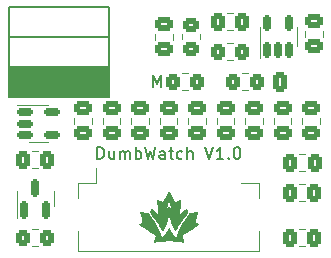
<source format=gto>
%TF.GenerationSoftware,KiCad,Pcbnew,(6.0.7)*%
%TF.CreationDate,2022-10-10T13:15:42-04:00*%
%TF.ProjectId,dumbwatch,64756d62-7761-4746-9368-2e6b69636164,rev?*%
%TF.SameCoordinates,Original*%
%TF.FileFunction,Legend,Top*%
%TF.FilePolarity,Positive*%
%FSLAX46Y46*%
G04 Gerber Fmt 4.6, Leading zero omitted, Abs format (unit mm)*
G04 Created by KiCad (PCBNEW (6.0.7)) date 2022-10-10 13:15:42*
%MOMM*%
%LPD*%
G01*
G04 APERTURE LIST*
G04 Aperture macros list*
%AMRoundRect*
0 Rectangle with rounded corners*
0 $1 Rounding radius*
0 $2 $3 $4 $5 $6 $7 $8 $9 X,Y pos of 4 corners*
0 Add a 4 corners polygon primitive as box body*
4,1,4,$2,$3,$4,$5,$6,$7,$8,$9,$2,$3,0*
0 Add four circle primitives for the rounded corners*
1,1,$1+$1,$2,$3*
1,1,$1+$1,$4,$5*
1,1,$1+$1,$6,$7*
1,1,$1+$1,$8,$9*
0 Add four rect primitives between the rounded corners*
20,1,$1+$1,$2,$3,$4,$5,0*
20,1,$1+$1,$4,$5,$6,$7,0*
20,1,$1+$1,$6,$7,$8,$9,0*
20,1,$1+$1,$8,$9,$2,$3,0*%
G04 Aperture macros list end*
%ADD10C,0.150000*%
%ADD11C,0.120000*%
%ADD12C,0.010000*%
%ADD13RoundRect,0.150000X0.150000X-0.512500X0.150000X0.512500X-0.150000X0.512500X-0.150000X-0.512500X0*%
%ADD14RoundRect,0.150000X-0.512500X-0.150000X0.512500X-0.150000X0.512500X0.150000X-0.512500X0.150000X0*%
%ADD15RoundRect,0.150000X0.150000X-0.587500X0.150000X0.587500X-0.150000X0.587500X-0.150000X-0.587500X0*%
%ADD16R,2.000000X1.000000*%
%ADD17RoundRect,0.250000X0.475000X-0.337500X0.475000X0.337500X-0.475000X0.337500X-0.475000X-0.337500X0*%
%ADD18RoundRect,0.250000X-0.337500X-0.475000X0.337500X-0.475000X0.337500X0.475000X-0.337500X0.475000X0*%
%ADD19RoundRect,0.250000X0.350000X0.450000X-0.350000X0.450000X-0.350000X-0.450000X0.350000X-0.450000X0*%
%ADD20RoundRect,0.250000X0.337500X0.475000X-0.337500X0.475000X-0.337500X-0.475000X0.337500X-0.475000X0*%
%ADD21R,0.300000X1.300000*%
%ADD22R,1.800000X2.200000*%
%ADD23RoundRect,0.250000X-0.350000X-0.450000X0.350000X-0.450000X0.350000X0.450000X-0.350000X0.450000X0*%
%ADD24RoundRect,0.250000X-0.475000X0.337500X-0.475000X-0.337500X0.475000X-0.337500X0.475000X0.337500X0*%
%ADD25RoundRect,0.250000X0.450000X-0.350000X0.450000X0.350000X-0.450000X0.350000X-0.450000X-0.350000X0*%
%ADD26RoundRect,0.250000X-0.350000X-0.625000X0.350000X-0.625000X0.350000X0.625000X-0.350000X0.625000X0*%
%ADD27O,1.200000X1.750000*%
G04 APERTURE END LIST*
D10*
X114601666Y-122372380D02*
X114601666Y-121372380D01*
X114935000Y-122086666D01*
X115268333Y-121372380D01*
X115268333Y-122372380D01*
X109927190Y-128468380D02*
X109927190Y-127468380D01*
X110165285Y-127468380D01*
X110308142Y-127516000D01*
X110403380Y-127611238D01*
X110451000Y-127706476D01*
X110498619Y-127896952D01*
X110498619Y-128039809D01*
X110451000Y-128230285D01*
X110403380Y-128325523D01*
X110308142Y-128420761D01*
X110165285Y-128468380D01*
X109927190Y-128468380D01*
X111355761Y-127801714D02*
X111355761Y-128468380D01*
X110927190Y-127801714D02*
X110927190Y-128325523D01*
X110974809Y-128420761D01*
X111070047Y-128468380D01*
X111212904Y-128468380D01*
X111308142Y-128420761D01*
X111355761Y-128373142D01*
X111831952Y-128468380D02*
X111831952Y-127801714D01*
X111831952Y-127896952D02*
X111879571Y-127849333D01*
X111974809Y-127801714D01*
X112117666Y-127801714D01*
X112212904Y-127849333D01*
X112260523Y-127944571D01*
X112260523Y-128468380D01*
X112260523Y-127944571D02*
X112308142Y-127849333D01*
X112403380Y-127801714D01*
X112546238Y-127801714D01*
X112641476Y-127849333D01*
X112689095Y-127944571D01*
X112689095Y-128468380D01*
X113165285Y-128468380D02*
X113165285Y-127468380D01*
X113165285Y-127849333D02*
X113260523Y-127801714D01*
X113451000Y-127801714D01*
X113546238Y-127849333D01*
X113593857Y-127896952D01*
X113641476Y-127992190D01*
X113641476Y-128277904D01*
X113593857Y-128373142D01*
X113546238Y-128420761D01*
X113451000Y-128468380D01*
X113260523Y-128468380D01*
X113165285Y-128420761D01*
X113974809Y-127468380D02*
X114212904Y-128468380D01*
X114403380Y-127754095D01*
X114593857Y-128468380D01*
X114831952Y-127468380D01*
X115641476Y-128468380D02*
X115641476Y-127944571D01*
X115593857Y-127849333D01*
X115498619Y-127801714D01*
X115308142Y-127801714D01*
X115212904Y-127849333D01*
X115641476Y-128420761D02*
X115546238Y-128468380D01*
X115308142Y-128468380D01*
X115212904Y-128420761D01*
X115165285Y-128325523D01*
X115165285Y-128230285D01*
X115212904Y-128135047D01*
X115308142Y-128087428D01*
X115546238Y-128087428D01*
X115641476Y-128039809D01*
X115974809Y-127801714D02*
X116355761Y-127801714D01*
X116117666Y-127468380D02*
X116117666Y-128325523D01*
X116165285Y-128420761D01*
X116260523Y-128468380D01*
X116355761Y-128468380D01*
X117117666Y-128420761D02*
X117022428Y-128468380D01*
X116831952Y-128468380D01*
X116736714Y-128420761D01*
X116689095Y-128373142D01*
X116641476Y-128277904D01*
X116641476Y-127992190D01*
X116689095Y-127896952D01*
X116736714Y-127849333D01*
X116831952Y-127801714D01*
X117022428Y-127801714D01*
X117117666Y-127849333D01*
X117546238Y-128468380D02*
X117546238Y-127468380D01*
X117974809Y-128468380D02*
X117974809Y-127944571D01*
X117927190Y-127849333D01*
X117831952Y-127801714D01*
X117689095Y-127801714D01*
X117593857Y-127849333D01*
X117546238Y-127896952D01*
X119070047Y-127468380D02*
X119403380Y-128468380D01*
X119736714Y-127468380D01*
X120593857Y-128468380D02*
X120022428Y-128468380D01*
X120308142Y-128468380D02*
X120308142Y-127468380D01*
X120212904Y-127611238D01*
X120117666Y-127706476D01*
X120022428Y-127754095D01*
X121022428Y-128373142D02*
X121070047Y-128420761D01*
X121022428Y-128468380D01*
X120974809Y-128420761D01*
X121022428Y-128373142D01*
X121022428Y-128468380D01*
X121689095Y-127468380D02*
X121784333Y-127468380D01*
X121879571Y-127516000D01*
X121927190Y-127563619D01*
X121974809Y-127658857D01*
X122022428Y-127849333D01*
X122022428Y-128087428D01*
X121974809Y-128277904D01*
X121927190Y-128373142D01*
X121879571Y-128420761D01*
X121784333Y-128468380D01*
X121689095Y-128468380D01*
X121593857Y-128420761D01*
X121546238Y-128373142D01*
X121498619Y-128277904D01*
X121451000Y-128087428D01*
X121451000Y-127849333D01*
X121498619Y-127658857D01*
X121546238Y-127563619D01*
X121593857Y-127516000D01*
X121689095Y-127468380D01*
D11*
X126782000Y-118110000D02*
X126782000Y-118910000D01*
X123662000Y-118110000D02*
X123662000Y-119910000D01*
X123662000Y-118110000D02*
X123662000Y-117310000D01*
X126782000Y-118110000D02*
X126782000Y-117310000D01*
X104902000Y-123916000D02*
X105702000Y-123916000D01*
X104902000Y-123916000D02*
X103102000Y-123916000D01*
X104902000Y-127036000D02*
X105702000Y-127036000D01*
X104902000Y-127036000D02*
X104102000Y-127036000D01*
X106208000Y-131826000D02*
X106208000Y-132476000D01*
X103088000Y-131826000D02*
X103088000Y-133501000D01*
X106208000Y-131826000D02*
X106208000Y-131176000D01*
X103088000Y-131826000D02*
X103088000Y-131176000D01*
G36*
X110854700Y-123139200D02*
G01*
X102472700Y-123139200D01*
X102472700Y-120700800D01*
X110854700Y-120700800D01*
X110854700Y-123139200D01*
G37*
D10*
X110854700Y-123139200D02*
X102472700Y-123139200D01*
X102472700Y-120700800D01*
X110854700Y-120700800D01*
X110854700Y-123139200D01*
X110918500Y-115570000D02*
X102418500Y-115570000D01*
X110918500Y-123190000D02*
X110918500Y-115570000D01*
X110918500Y-120650000D02*
X102418500Y-120650000D01*
X110918500Y-123190000D02*
X102418500Y-123190000D01*
X102418500Y-123190000D02*
X102418500Y-115570000D01*
X110918500Y-118110000D02*
X102418500Y-118110000D01*
G36*
X115035353Y-132578113D02*
G01*
X115026482Y-132485131D01*
X115018088Y-132396110D01*
X115010257Y-132312023D01*
X115003076Y-132233843D01*
X114996631Y-132162543D01*
X114991008Y-132099098D01*
X114986293Y-132044479D01*
X114982572Y-131999661D01*
X114979931Y-131965617D01*
X114978457Y-131943320D01*
X114978235Y-131933742D01*
X114978323Y-131933454D01*
X114985486Y-131935128D01*
X115003938Y-131941832D01*
X115032236Y-131952974D01*
X115068938Y-131967966D01*
X115112599Y-131986218D01*
X115161775Y-132007139D01*
X115215024Y-132030139D01*
X115216125Y-132030618D01*
X115269386Y-132053770D01*
X115318506Y-132075069D01*
X115362053Y-132093899D01*
X115398596Y-132109642D01*
X115426705Y-132121683D01*
X115444949Y-132129405D01*
X115451895Y-132132191D01*
X115451909Y-132132192D01*
X115455585Y-132126261D01*
X115465460Y-132109103D01*
X115481002Y-132081672D01*
X115501677Y-132044922D01*
X115526952Y-131999806D01*
X115556293Y-131947279D01*
X115589167Y-131888293D01*
X115625040Y-131823804D01*
X115663378Y-131754763D01*
X115700911Y-131687066D01*
X115741149Y-131614606D01*
X115779532Y-131545811D01*
X115815516Y-131481636D01*
X115848558Y-131423036D01*
X115878113Y-131370967D01*
X115903638Y-131326382D01*
X115924587Y-131290238D01*
X115940418Y-131263489D01*
X115950585Y-131247091D01*
X115954480Y-131241967D01*
X115958914Y-131247905D01*
X115969516Y-131265069D01*
X115985733Y-131292494D01*
X116007017Y-131329215D01*
X116032817Y-131374269D01*
X116062583Y-131426690D01*
X116095765Y-131485515D01*
X116131813Y-131549778D01*
X116170176Y-131618517D01*
X116203447Y-131678394D01*
X116243369Y-131750367D01*
X116281398Y-131818895D01*
X116316983Y-131882988D01*
X116349574Y-131941656D01*
X116378619Y-131993908D01*
X116403569Y-132038755D01*
X116423873Y-132075205D01*
X116438980Y-132102270D01*
X116448339Y-132118958D01*
X116451334Y-132124197D01*
X116455557Y-132125601D01*
X116465410Y-132123950D01*
X116481913Y-132118851D01*
X116506090Y-132109909D01*
X116538962Y-132096728D01*
X116581551Y-132078916D01*
X116634880Y-132056076D01*
X116691783Y-132031385D01*
X116745229Y-132008260D01*
X116794633Y-131987198D01*
X116838555Y-131968790D01*
X116875557Y-131953625D01*
X116904199Y-131942293D01*
X116923043Y-131935382D01*
X116930651Y-131933482D01*
X116930700Y-131933517D01*
X116930680Y-131940923D01*
X116929395Y-131961208D01*
X116926930Y-131993399D01*
X116923371Y-132036522D01*
X116918805Y-132089605D01*
X116913318Y-132151673D01*
X116906995Y-132221755D01*
X116899924Y-132298876D01*
X116892190Y-132382064D01*
X116883880Y-132470345D01*
X116875080Y-132562747D01*
X116873606Y-132578113D01*
X116864721Y-132671058D01*
X116856282Y-132760014D01*
X116848379Y-132844010D01*
X116841099Y-132922077D01*
X116834532Y-132993244D01*
X116828764Y-133056541D01*
X116823885Y-133110998D01*
X116819983Y-133155643D01*
X116817146Y-133189507D01*
X116815462Y-133211619D01*
X116815020Y-133221010D01*
X116815073Y-133221269D01*
X116820652Y-133217311D01*
X116835688Y-133204887D01*
X116859257Y-133184803D01*
X116890434Y-133157863D01*
X116928296Y-133124873D01*
X116971918Y-133086636D01*
X117020376Y-133043959D01*
X117072745Y-132997646D01*
X117119061Y-132956540D01*
X117174108Y-132907694D01*
X117226100Y-132861723D01*
X117274100Y-132819445D01*
X117317174Y-132781676D01*
X117354385Y-132749233D01*
X117384797Y-132722931D01*
X117407475Y-132703587D01*
X117421482Y-132692018D01*
X117425853Y-132688905D01*
X117427978Y-132690463D01*
X117431242Y-132695908D01*
X117436099Y-132706398D01*
X117443001Y-132723089D01*
X117452401Y-132747138D01*
X117464751Y-132779702D01*
X117480503Y-132821939D01*
X117500111Y-132875004D01*
X117522753Y-132936583D01*
X117543427Y-132992892D01*
X117484126Y-133061302D01*
X117407616Y-133151806D01*
X117327367Y-133250895D01*
X117244504Y-133356960D01*
X117160153Y-133468391D01*
X117075440Y-133583578D01*
X116991490Y-133700911D01*
X116909429Y-133818779D01*
X116830382Y-133935573D01*
X116755476Y-134049683D01*
X116685836Y-134159499D01*
X116622587Y-134263410D01*
X116566856Y-134359807D01*
X116533192Y-134421437D01*
X116495401Y-134492623D01*
X116472445Y-134459258D01*
X116428684Y-134390895D01*
X116383339Y-134311222D01*
X116337500Y-134222587D01*
X116292257Y-134127337D01*
X116248702Y-134027821D01*
X116207925Y-133926387D01*
X116171016Y-133825383D01*
X116152808Y-133771014D01*
X116119975Y-133663980D01*
X116087111Y-133546397D01*
X116055045Y-133421606D01*
X116024605Y-133292948D01*
X115996619Y-133163766D01*
X115974846Y-133053197D01*
X115955129Y-132947764D01*
X115919304Y-133126266D01*
X115879713Y-133312152D01*
X115838007Y-133485290D01*
X115793810Y-133646738D01*
X115746747Y-133797556D01*
X115696443Y-133938803D01*
X115642522Y-134071539D01*
X115584609Y-134196822D01*
X115522330Y-134315714D01*
X115461269Y-134419689D01*
X115444644Y-134446104D01*
X115430432Y-134467856D01*
X115420357Y-134482356D01*
X115416446Y-134486989D01*
X115411281Y-134482639D01*
X115401666Y-134468340D01*
X115389237Y-134446659D01*
X115381963Y-134432849D01*
X115341515Y-134357484D01*
X115292891Y-134273061D01*
X115237079Y-134180995D01*
X115175066Y-134082702D01*
X115107841Y-133979597D01*
X115036391Y-133873097D01*
X114961704Y-133764616D01*
X114884769Y-133655572D01*
X114806574Y-133547379D01*
X114728106Y-133441454D01*
X114650353Y-133339213D01*
X114574304Y-133242070D01*
X114500947Y-133151442D01*
X114431269Y-133068745D01*
X114424833Y-133061302D01*
X114365533Y-132992892D01*
X114386206Y-132936583D01*
X114409904Y-132872136D01*
X114429316Y-132819618D01*
X114444892Y-132777874D01*
X114457085Y-132745748D01*
X114466347Y-132722082D01*
X114473130Y-132705722D01*
X114477886Y-132695510D01*
X114481067Y-132690291D01*
X114483032Y-132688905D01*
X114489122Y-132693401D01*
X114504664Y-132706345D01*
X114528720Y-132726921D01*
X114560355Y-132754313D01*
X114598634Y-132787706D01*
X114642620Y-132826283D01*
X114691378Y-132869228D01*
X114743971Y-132915726D01*
X114789901Y-132956462D01*
X114844864Y-133005191D01*
X114896687Y-133050962D01*
X114944446Y-133092973D01*
X114987218Y-133130418D01*
X115024078Y-133162492D01*
X115054102Y-133188390D01*
X115076366Y-133207309D01*
X115089945Y-133218444D01*
X115093964Y-133221192D01*
X115093725Y-133214009D01*
X115092230Y-133193944D01*
X115089567Y-133161966D01*
X115085825Y-133119047D01*
X115081093Y-133066155D01*
X115075459Y-133004261D01*
X115069011Y-132934336D01*
X115061838Y-132857350D01*
X115054027Y-132774272D01*
X115045669Y-132686073D01*
X115044589Y-132674759D01*
X115701620Y-132674759D01*
X115704163Y-132675501D01*
X115714388Y-132667970D01*
X115730168Y-132653764D01*
X115732210Y-132651806D01*
X115756828Y-132631313D01*
X115787418Y-132610308D01*
X115815302Y-132594429D01*
X115877412Y-132570844D01*
X115940461Y-132560774D01*
X116003073Y-132564010D01*
X116063872Y-132580343D01*
X116121481Y-132609563D01*
X116171452Y-132648553D01*
X116189262Y-132664419D01*
X116201904Y-132674124D01*
X116207292Y-132676124D01*
X116207181Y-132674987D01*
X116204497Y-132666617D01*
X116198047Y-132646151D01*
X116188204Y-132614781D01*
X116175341Y-132573698D01*
X116159830Y-132524096D01*
X116142044Y-132467164D01*
X116122357Y-132404097D01*
X116101140Y-132336085D01*
X116079880Y-132267891D01*
X116057647Y-132196600D01*
X116036658Y-132129371D01*
X116017273Y-132067361D01*
X115999857Y-132011728D01*
X115984771Y-131963628D01*
X115972380Y-131924219D01*
X115963046Y-131894658D01*
X115957131Y-131876103D01*
X115955004Y-131869712D01*
X115952770Y-131875888D01*
X115946765Y-131894210D01*
X115937352Y-131923536D01*
X115924891Y-131962722D01*
X115909745Y-132010624D01*
X115892274Y-132066100D01*
X115872841Y-132128005D01*
X115851807Y-132195196D01*
X115829583Y-132266370D01*
X115807201Y-132338109D01*
X115785991Y-132406032D01*
X115766324Y-132468951D01*
X115748573Y-132525677D01*
X115733112Y-132575021D01*
X115720311Y-132615795D01*
X115710544Y-132646811D01*
X115704183Y-132666879D01*
X115701620Y-132674759D01*
X115044589Y-132674759D01*
X115036850Y-132593724D01*
X115035353Y-132578113D01*
G37*
D12*
X115035353Y-132578113D02*
X115026482Y-132485131D01*
X115018088Y-132396110D01*
X115010257Y-132312023D01*
X115003076Y-132233843D01*
X114996631Y-132162543D01*
X114991008Y-132099098D01*
X114986293Y-132044479D01*
X114982572Y-131999661D01*
X114979931Y-131965617D01*
X114978457Y-131943320D01*
X114978235Y-131933742D01*
X114978323Y-131933454D01*
X114985486Y-131935128D01*
X115003938Y-131941832D01*
X115032236Y-131952974D01*
X115068938Y-131967966D01*
X115112599Y-131986218D01*
X115161775Y-132007139D01*
X115215024Y-132030139D01*
X115216125Y-132030618D01*
X115269386Y-132053770D01*
X115318506Y-132075069D01*
X115362053Y-132093899D01*
X115398596Y-132109642D01*
X115426705Y-132121683D01*
X115444949Y-132129405D01*
X115451895Y-132132191D01*
X115451909Y-132132192D01*
X115455585Y-132126261D01*
X115465460Y-132109103D01*
X115481002Y-132081672D01*
X115501677Y-132044922D01*
X115526952Y-131999806D01*
X115556293Y-131947279D01*
X115589167Y-131888293D01*
X115625040Y-131823804D01*
X115663378Y-131754763D01*
X115700911Y-131687066D01*
X115741149Y-131614606D01*
X115779532Y-131545811D01*
X115815516Y-131481636D01*
X115848558Y-131423036D01*
X115878113Y-131370967D01*
X115903638Y-131326382D01*
X115924587Y-131290238D01*
X115940418Y-131263489D01*
X115950585Y-131247091D01*
X115954480Y-131241967D01*
X115958914Y-131247905D01*
X115969516Y-131265069D01*
X115985733Y-131292494D01*
X116007017Y-131329215D01*
X116032817Y-131374269D01*
X116062583Y-131426690D01*
X116095765Y-131485515D01*
X116131813Y-131549778D01*
X116170176Y-131618517D01*
X116203447Y-131678394D01*
X116243369Y-131750367D01*
X116281398Y-131818895D01*
X116316983Y-131882988D01*
X116349574Y-131941656D01*
X116378619Y-131993908D01*
X116403569Y-132038755D01*
X116423873Y-132075205D01*
X116438980Y-132102270D01*
X116448339Y-132118958D01*
X116451334Y-132124197D01*
X116455557Y-132125601D01*
X116465410Y-132123950D01*
X116481913Y-132118851D01*
X116506090Y-132109909D01*
X116538962Y-132096728D01*
X116581551Y-132078916D01*
X116634880Y-132056076D01*
X116691783Y-132031385D01*
X116745229Y-132008260D01*
X116794633Y-131987198D01*
X116838555Y-131968790D01*
X116875557Y-131953625D01*
X116904199Y-131942293D01*
X116923043Y-131935382D01*
X116930651Y-131933482D01*
X116930700Y-131933517D01*
X116930680Y-131940923D01*
X116929395Y-131961208D01*
X116926930Y-131993399D01*
X116923371Y-132036522D01*
X116918805Y-132089605D01*
X116913318Y-132151673D01*
X116906995Y-132221755D01*
X116899924Y-132298876D01*
X116892190Y-132382064D01*
X116883880Y-132470345D01*
X116875080Y-132562747D01*
X116873606Y-132578113D01*
X116864721Y-132671058D01*
X116856282Y-132760014D01*
X116848379Y-132844010D01*
X116841099Y-132922077D01*
X116834532Y-132993244D01*
X116828764Y-133056541D01*
X116823885Y-133110998D01*
X116819983Y-133155643D01*
X116817146Y-133189507D01*
X116815462Y-133211619D01*
X116815020Y-133221010D01*
X116815073Y-133221269D01*
X116820652Y-133217311D01*
X116835688Y-133204887D01*
X116859257Y-133184803D01*
X116890434Y-133157863D01*
X116928296Y-133124873D01*
X116971918Y-133086636D01*
X117020376Y-133043959D01*
X117072745Y-132997646D01*
X117119061Y-132956540D01*
X117174108Y-132907694D01*
X117226100Y-132861723D01*
X117274100Y-132819445D01*
X117317174Y-132781676D01*
X117354385Y-132749233D01*
X117384797Y-132722931D01*
X117407475Y-132703587D01*
X117421482Y-132692018D01*
X117425853Y-132688905D01*
X117427978Y-132690463D01*
X117431242Y-132695908D01*
X117436099Y-132706398D01*
X117443001Y-132723089D01*
X117452401Y-132747138D01*
X117464751Y-132779702D01*
X117480503Y-132821939D01*
X117500111Y-132875004D01*
X117522753Y-132936583D01*
X117543427Y-132992892D01*
X117484126Y-133061302D01*
X117407616Y-133151806D01*
X117327367Y-133250895D01*
X117244504Y-133356960D01*
X117160153Y-133468391D01*
X117075440Y-133583578D01*
X116991490Y-133700911D01*
X116909429Y-133818779D01*
X116830382Y-133935573D01*
X116755476Y-134049683D01*
X116685836Y-134159499D01*
X116622587Y-134263410D01*
X116566856Y-134359807D01*
X116533192Y-134421437D01*
X116495401Y-134492623D01*
X116472445Y-134459258D01*
X116428684Y-134390895D01*
X116383339Y-134311222D01*
X116337500Y-134222587D01*
X116292257Y-134127337D01*
X116248702Y-134027821D01*
X116207925Y-133926387D01*
X116171016Y-133825383D01*
X116152808Y-133771014D01*
X116119975Y-133663980D01*
X116087111Y-133546397D01*
X116055045Y-133421606D01*
X116024605Y-133292948D01*
X115996619Y-133163766D01*
X115974846Y-133053197D01*
X115955129Y-132947764D01*
X115919304Y-133126266D01*
X115879713Y-133312152D01*
X115838007Y-133485290D01*
X115793810Y-133646738D01*
X115746747Y-133797556D01*
X115696443Y-133938803D01*
X115642522Y-134071539D01*
X115584609Y-134196822D01*
X115522330Y-134315714D01*
X115461269Y-134419689D01*
X115444644Y-134446104D01*
X115430432Y-134467856D01*
X115420357Y-134482356D01*
X115416446Y-134486989D01*
X115411281Y-134482639D01*
X115401666Y-134468340D01*
X115389237Y-134446659D01*
X115381963Y-134432849D01*
X115341515Y-134357484D01*
X115292891Y-134273061D01*
X115237079Y-134180995D01*
X115175066Y-134082702D01*
X115107841Y-133979597D01*
X115036391Y-133873097D01*
X114961704Y-133764616D01*
X114884769Y-133655572D01*
X114806574Y-133547379D01*
X114728106Y-133441454D01*
X114650353Y-133339213D01*
X114574304Y-133242070D01*
X114500947Y-133151442D01*
X114431269Y-133068745D01*
X114424833Y-133061302D01*
X114365533Y-132992892D01*
X114386206Y-132936583D01*
X114409904Y-132872136D01*
X114429316Y-132819618D01*
X114444892Y-132777874D01*
X114457085Y-132745748D01*
X114466347Y-132722082D01*
X114473130Y-132705722D01*
X114477886Y-132695510D01*
X114481067Y-132690291D01*
X114483032Y-132688905D01*
X114489122Y-132693401D01*
X114504664Y-132706345D01*
X114528720Y-132726921D01*
X114560355Y-132754313D01*
X114598634Y-132787706D01*
X114642620Y-132826283D01*
X114691378Y-132869228D01*
X114743971Y-132915726D01*
X114789901Y-132956462D01*
X114844864Y-133005191D01*
X114896687Y-133050962D01*
X114944446Y-133092973D01*
X114987218Y-133130418D01*
X115024078Y-133162492D01*
X115054102Y-133188390D01*
X115076366Y-133207309D01*
X115089945Y-133218444D01*
X115093964Y-133221192D01*
X115093725Y-133214009D01*
X115092230Y-133193944D01*
X115089567Y-133161966D01*
X115085825Y-133119047D01*
X115081093Y-133066155D01*
X115075459Y-133004261D01*
X115069011Y-132934336D01*
X115061838Y-132857350D01*
X115054027Y-132774272D01*
X115045669Y-132686073D01*
X115044589Y-132674759D01*
X115701620Y-132674759D01*
X115704163Y-132675501D01*
X115714388Y-132667970D01*
X115730168Y-132653764D01*
X115732210Y-132651806D01*
X115756828Y-132631313D01*
X115787418Y-132610308D01*
X115815302Y-132594429D01*
X115877412Y-132570844D01*
X115940461Y-132560774D01*
X116003073Y-132564010D01*
X116063872Y-132580343D01*
X116121481Y-132609563D01*
X116171452Y-132648553D01*
X116189262Y-132664419D01*
X116201904Y-132674124D01*
X116207292Y-132676124D01*
X116207181Y-132674987D01*
X116204497Y-132666617D01*
X116198047Y-132646151D01*
X116188204Y-132614781D01*
X116175341Y-132573698D01*
X116159830Y-132524096D01*
X116142044Y-132467164D01*
X116122357Y-132404097D01*
X116101140Y-132336085D01*
X116079880Y-132267891D01*
X116057647Y-132196600D01*
X116036658Y-132129371D01*
X116017273Y-132067361D01*
X115999857Y-132011728D01*
X115984771Y-131963628D01*
X115972380Y-131924219D01*
X115963046Y-131894658D01*
X115957131Y-131876103D01*
X115955004Y-131869712D01*
X115952770Y-131875888D01*
X115946765Y-131894210D01*
X115937352Y-131923536D01*
X115924891Y-131962722D01*
X115909745Y-132010624D01*
X115892274Y-132066100D01*
X115872841Y-132128005D01*
X115851807Y-132195196D01*
X115829583Y-132266370D01*
X115807201Y-132338109D01*
X115785991Y-132406032D01*
X115766324Y-132468951D01*
X115748573Y-132525677D01*
X115733112Y-132575021D01*
X115720311Y-132615795D01*
X115710544Y-132646811D01*
X115704183Y-132666879D01*
X115701620Y-132674759D01*
X115044589Y-132674759D01*
X115036850Y-132593724D01*
X115035353Y-132578113D01*
G36*
X113551697Y-132943970D02*
G01*
X113571033Y-132947400D01*
X113601352Y-132953030D01*
X113641319Y-132960605D01*
X113689599Y-132969871D01*
X113744859Y-132980572D01*
X113805762Y-132992455D01*
X113870976Y-133005263D01*
X113872094Y-133005484D01*
X113952677Y-133021474D01*
X114020475Y-133035182D01*
X114076396Y-133046815D01*
X114121348Y-133056580D01*
X114156239Y-133064683D01*
X114181978Y-133071330D01*
X114199474Y-133076729D01*
X114209633Y-133081085D01*
X114212102Y-133082804D01*
X114224574Y-133096227D01*
X114243726Y-133119656D01*
X114268447Y-133151566D01*
X114297624Y-133190433D01*
X114330144Y-133234732D01*
X114364896Y-133282937D01*
X114400767Y-133333524D01*
X114436644Y-133384969D01*
X114471415Y-133435745D01*
X114493273Y-133468234D01*
X114596542Y-133627334D01*
X114697719Y-133791776D01*
X114795654Y-133959429D01*
X114889199Y-134128163D01*
X114977202Y-134295847D01*
X115058513Y-134460352D01*
X115131984Y-134619546D01*
X115195782Y-134769617D01*
X115211866Y-134810630D01*
X115229350Y-134857438D01*
X115247411Y-134907618D01*
X115265230Y-134958749D01*
X115281987Y-135008409D01*
X115296860Y-135054176D01*
X115309030Y-135093629D01*
X115317676Y-135124346D01*
X115321389Y-135140372D01*
X115325647Y-135157015D01*
X115330120Y-135165845D01*
X115331077Y-135166274D01*
X115337754Y-135161234D01*
X115352072Y-135147142D01*
X115372646Y-135125541D01*
X115398088Y-135097973D01*
X115427016Y-135065981D01*
X115458042Y-135031108D01*
X115489782Y-134994897D01*
X115520851Y-134958889D01*
X115549864Y-134924628D01*
X115571049Y-134899040D01*
X115635931Y-134817140D01*
X115695680Y-134736123D01*
X115752417Y-134652812D01*
X115808268Y-134564035D01*
X115865354Y-134466615D01*
X115891812Y-134419471D01*
X115911513Y-134384757D01*
X115929166Y-134355166D01*
X115943620Y-134332505D01*
X115953728Y-134318579D01*
X115958259Y-134315088D01*
X115963526Y-134323146D01*
X115973843Y-134340848D01*
X115987705Y-134365556D01*
X116003178Y-134393836D01*
X116080089Y-134529716D01*
X116158247Y-134654810D01*
X116239710Y-134772225D01*
X116326537Y-134885070D01*
X116337337Y-134898357D01*
X116363781Y-134930211D01*
X116393384Y-134965040D01*
X116424767Y-135001306D01*
X116456545Y-135037468D01*
X116487339Y-135071989D01*
X116515766Y-135103329D01*
X116540445Y-135129948D01*
X116559992Y-135150309D01*
X116573028Y-135162872D01*
X116577883Y-135166274D01*
X116582129Y-135160181D01*
X116586610Y-135145069D01*
X116587571Y-135140372D01*
X116592986Y-135117926D01*
X116602549Y-135084900D01*
X116615440Y-135043717D01*
X116630838Y-134996799D01*
X116647924Y-134946567D01*
X116665876Y-134895443D01*
X116683873Y-134845849D01*
X116701097Y-134800206D01*
X116713178Y-134769617D01*
X116776492Y-134620701D01*
X116848659Y-134464261D01*
X116928518Y-134302442D01*
X117014912Y-134137390D01*
X117106683Y-133971251D01*
X117202672Y-133806171D01*
X117301722Y-133644296D01*
X117402675Y-133487772D01*
X117414995Y-133469251D01*
X117448378Y-133419822D01*
X117483611Y-133368694D01*
X117519585Y-133317389D01*
X117555188Y-133267430D01*
X117589312Y-133220339D01*
X117620845Y-133177639D01*
X117648678Y-133140854D01*
X117671700Y-133111504D01*
X117688802Y-133091114D01*
X117696553Y-133083079D01*
X117703906Y-133079111D01*
X117718791Y-133074066D01*
X117742057Y-133067752D01*
X117774552Y-133059977D01*
X117817124Y-133050547D01*
X117870624Y-133039271D01*
X117935898Y-133025955D01*
X118013795Y-133010407D01*
X118036561Y-133005908D01*
X118101866Y-132993064D01*
X118162884Y-132981137D01*
X118218281Y-132970382D01*
X118266724Y-132961055D01*
X118306878Y-132953412D01*
X118337409Y-132947708D01*
X118356985Y-132944198D01*
X118364271Y-132943137D01*
X118364282Y-132943143D01*
X118362871Y-132949843D01*
X118358357Y-132968646D01*
X118351092Y-132998171D01*
X118341424Y-133037039D01*
X118329704Y-133083869D01*
X118316282Y-133137282D01*
X118301509Y-133195897D01*
X118285733Y-133258334D01*
X118269307Y-133323214D01*
X118252579Y-133389155D01*
X118235899Y-133454779D01*
X118219619Y-133518704D01*
X118204087Y-133579551D01*
X118189655Y-133635940D01*
X118176672Y-133686491D01*
X118165488Y-133729823D01*
X118156454Y-133764557D01*
X118149920Y-133789312D01*
X118146235Y-133802708D01*
X118146076Y-133803241D01*
X118147765Y-133808541D01*
X118156068Y-133816598D01*
X118172059Y-133828116D01*
X118196815Y-133843804D01*
X118231413Y-133864366D01*
X118276929Y-133890511D01*
X118292465Y-133899317D01*
X118333695Y-133922840D01*
X118370584Y-133944285D01*
X118401494Y-133962666D01*
X118424786Y-133976997D01*
X118438821Y-133986294D01*
X118442288Y-133989400D01*
X118436575Y-133993811D01*
X118419909Y-134005347D01*
X118393003Y-134023538D01*
X118356567Y-134047913D01*
X118311312Y-134078004D01*
X118257950Y-134113340D01*
X118197192Y-134153452D01*
X118129749Y-134197870D01*
X118056332Y-134246125D01*
X117977653Y-134297746D01*
X117894423Y-134352264D01*
X117807352Y-134409210D01*
X117739519Y-134453515D01*
X117650009Y-134512002D01*
X117563800Y-134568441D01*
X117481605Y-134622360D01*
X117404136Y-134673288D01*
X117332103Y-134720752D01*
X117266218Y-134764282D01*
X117207194Y-134803407D01*
X117155741Y-134837654D01*
X117112572Y-134866551D01*
X117078398Y-134889629D01*
X117053930Y-134906414D01*
X117039881Y-134916436D01*
X117036609Y-134919233D01*
X117038617Y-134927185D01*
X117044405Y-134946948D01*
X117053527Y-134977073D01*
X117065537Y-135016109D01*
X117079987Y-135062609D01*
X117096430Y-135115123D01*
X117114421Y-135172200D01*
X117120899Y-135192667D01*
X117139187Y-135250842D01*
X117155891Y-135304858D01*
X117170588Y-135353284D01*
X117182858Y-135394691D01*
X117192279Y-135427649D01*
X117198428Y-135450726D01*
X117200885Y-135462494D01*
X117200790Y-135463681D01*
X117193366Y-135463537D01*
X117173111Y-135461817D01*
X117141012Y-135458631D01*
X117098052Y-135454090D01*
X117045217Y-135448305D01*
X116983491Y-135441385D01*
X116913861Y-135433441D01*
X116837309Y-135424584D01*
X116754823Y-135414924D01*
X116667386Y-135404571D01*
X116575983Y-135393637D01*
X116575365Y-135393562D01*
X115954480Y-135318904D01*
X115346318Y-135392206D01*
X115255521Y-135403127D01*
X115168459Y-135413557D01*
X115086154Y-135423374D01*
X115009628Y-135432460D01*
X114939902Y-135440694D01*
X114877997Y-135447956D01*
X114824935Y-135454126D01*
X114781738Y-135459085D01*
X114749427Y-135462712D01*
X114729024Y-135464888D01*
X114721756Y-135465507D01*
X114709157Y-135463419D01*
X114705356Y-135459732D01*
X114707394Y-135452038D01*
X114713208Y-135432534D01*
X114722348Y-135402669D01*
X114734364Y-135363894D01*
X114748806Y-135317658D01*
X114765223Y-135265412D01*
X114783167Y-135208605D01*
X114788863Y-135190631D01*
X114807193Y-135132644D01*
X114824129Y-135078704D01*
X114839221Y-135030273D01*
X114852018Y-134988814D01*
X114862070Y-134955788D01*
X114868926Y-134932658D01*
X114872135Y-134920887D01*
X114872320Y-134919790D01*
X114866599Y-134915101D01*
X114849923Y-134903295D01*
X114823004Y-134884844D01*
X114786553Y-134860220D01*
X114741283Y-134829894D01*
X114687903Y-134794340D01*
X114627127Y-134754028D01*
X114559665Y-134709433D01*
X114486229Y-134661025D01*
X114407530Y-134609276D01*
X114324281Y-134554660D01*
X114237192Y-134497648D01*
X114169471Y-134453395D01*
X114079975Y-134394918D01*
X113993781Y-134338516D01*
X113911602Y-134284658D01*
X113834148Y-134233814D01*
X113762130Y-134186454D01*
X113696259Y-134143047D01*
X113637246Y-134104064D01*
X113585803Y-134069972D01*
X113542641Y-134041244D01*
X113508471Y-134018346D01*
X113484003Y-134001751D01*
X113469950Y-133991926D01*
X113466672Y-133989280D01*
X113472476Y-133984556D01*
X113488797Y-133974037D01*
X113513995Y-133958707D01*
X113546432Y-133939550D01*
X113584468Y-133917549D01*
X113616494Y-133899317D01*
X113665408Y-133871406D01*
X113703089Y-133849284D01*
X113730613Y-133832243D01*
X113749057Y-133819578D01*
X113759497Y-133810582D01*
X113763010Y-133804548D01*
X113762884Y-133803241D01*
X113759416Y-133790724D01*
X113753074Y-133766746D01*
X113744207Y-133732687D01*
X113733165Y-133689928D01*
X113720299Y-133639849D01*
X113705959Y-133583829D01*
X113690495Y-133523250D01*
X113674256Y-133459492D01*
X113657593Y-133393934D01*
X113640857Y-133327957D01*
X113624396Y-133262941D01*
X113608562Y-133200267D01*
X113593705Y-133141314D01*
X113580173Y-133087463D01*
X113568319Y-133040094D01*
X113558491Y-133000588D01*
X113551040Y-132970324D01*
X113546315Y-132950682D01*
X113544668Y-132943044D01*
X113544677Y-132942994D01*
X113551697Y-132943970D01*
G37*
X113551697Y-132943970D02*
X113571033Y-132947400D01*
X113601352Y-132953030D01*
X113641319Y-132960605D01*
X113689599Y-132969871D01*
X113744859Y-132980572D01*
X113805762Y-132992455D01*
X113870976Y-133005263D01*
X113872094Y-133005484D01*
X113952677Y-133021474D01*
X114020475Y-133035182D01*
X114076396Y-133046815D01*
X114121348Y-133056580D01*
X114156239Y-133064683D01*
X114181978Y-133071330D01*
X114199474Y-133076729D01*
X114209633Y-133081085D01*
X114212102Y-133082804D01*
X114224574Y-133096227D01*
X114243726Y-133119656D01*
X114268447Y-133151566D01*
X114297624Y-133190433D01*
X114330144Y-133234732D01*
X114364896Y-133282937D01*
X114400767Y-133333524D01*
X114436644Y-133384969D01*
X114471415Y-133435745D01*
X114493273Y-133468234D01*
X114596542Y-133627334D01*
X114697719Y-133791776D01*
X114795654Y-133959429D01*
X114889199Y-134128163D01*
X114977202Y-134295847D01*
X115058513Y-134460352D01*
X115131984Y-134619546D01*
X115195782Y-134769617D01*
X115211866Y-134810630D01*
X115229350Y-134857438D01*
X115247411Y-134907618D01*
X115265230Y-134958749D01*
X115281987Y-135008409D01*
X115296860Y-135054176D01*
X115309030Y-135093629D01*
X115317676Y-135124346D01*
X115321389Y-135140372D01*
X115325647Y-135157015D01*
X115330120Y-135165845D01*
X115331077Y-135166274D01*
X115337754Y-135161234D01*
X115352072Y-135147142D01*
X115372646Y-135125541D01*
X115398088Y-135097973D01*
X115427016Y-135065981D01*
X115458042Y-135031108D01*
X115489782Y-134994897D01*
X115520851Y-134958889D01*
X115549864Y-134924628D01*
X115571049Y-134899040D01*
X115635931Y-134817140D01*
X115695680Y-134736123D01*
X115752417Y-134652812D01*
X115808268Y-134564035D01*
X115865354Y-134466615D01*
X115891812Y-134419471D01*
X115911513Y-134384757D01*
X115929166Y-134355166D01*
X115943620Y-134332505D01*
X115953728Y-134318579D01*
X115958259Y-134315088D01*
X115963526Y-134323146D01*
X115973843Y-134340848D01*
X115987705Y-134365556D01*
X116003178Y-134393836D01*
X116080089Y-134529716D01*
X116158247Y-134654810D01*
X116239710Y-134772225D01*
X116326537Y-134885070D01*
X116337337Y-134898357D01*
X116363781Y-134930211D01*
X116393384Y-134965040D01*
X116424767Y-135001306D01*
X116456545Y-135037468D01*
X116487339Y-135071989D01*
X116515766Y-135103329D01*
X116540445Y-135129948D01*
X116559992Y-135150309D01*
X116573028Y-135162872D01*
X116577883Y-135166274D01*
X116582129Y-135160181D01*
X116586610Y-135145069D01*
X116587571Y-135140372D01*
X116592986Y-135117926D01*
X116602549Y-135084900D01*
X116615440Y-135043717D01*
X116630838Y-134996799D01*
X116647924Y-134946567D01*
X116665876Y-134895443D01*
X116683873Y-134845849D01*
X116701097Y-134800206D01*
X116713178Y-134769617D01*
X116776492Y-134620701D01*
X116848659Y-134464261D01*
X116928518Y-134302442D01*
X117014912Y-134137390D01*
X117106683Y-133971251D01*
X117202672Y-133806171D01*
X117301722Y-133644296D01*
X117402675Y-133487772D01*
X117414995Y-133469251D01*
X117448378Y-133419822D01*
X117483611Y-133368694D01*
X117519585Y-133317389D01*
X117555188Y-133267430D01*
X117589312Y-133220339D01*
X117620845Y-133177639D01*
X117648678Y-133140854D01*
X117671700Y-133111504D01*
X117688802Y-133091114D01*
X117696553Y-133083079D01*
X117703906Y-133079111D01*
X117718791Y-133074066D01*
X117742057Y-133067752D01*
X117774552Y-133059977D01*
X117817124Y-133050547D01*
X117870624Y-133039271D01*
X117935898Y-133025955D01*
X118013795Y-133010407D01*
X118036561Y-133005908D01*
X118101866Y-132993064D01*
X118162884Y-132981137D01*
X118218281Y-132970382D01*
X118266724Y-132961055D01*
X118306878Y-132953412D01*
X118337409Y-132947708D01*
X118356985Y-132944198D01*
X118364271Y-132943137D01*
X118364282Y-132943143D01*
X118362871Y-132949843D01*
X118358357Y-132968646D01*
X118351092Y-132998171D01*
X118341424Y-133037039D01*
X118329704Y-133083869D01*
X118316282Y-133137282D01*
X118301509Y-133195897D01*
X118285733Y-133258334D01*
X118269307Y-133323214D01*
X118252579Y-133389155D01*
X118235899Y-133454779D01*
X118219619Y-133518704D01*
X118204087Y-133579551D01*
X118189655Y-133635940D01*
X118176672Y-133686491D01*
X118165488Y-133729823D01*
X118156454Y-133764557D01*
X118149920Y-133789312D01*
X118146235Y-133802708D01*
X118146076Y-133803241D01*
X118147765Y-133808541D01*
X118156068Y-133816598D01*
X118172059Y-133828116D01*
X118196815Y-133843804D01*
X118231413Y-133864366D01*
X118276929Y-133890511D01*
X118292465Y-133899317D01*
X118333695Y-133922840D01*
X118370584Y-133944285D01*
X118401494Y-133962666D01*
X118424786Y-133976997D01*
X118438821Y-133986294D01*
X118442288Y-133989400D01*
X118436575Y-133993811D01*
X118419909Y-134005347D01*
X118393003Y-134023538D01*
X118356567Y-134047913D01*
X118311312Y-134078004D01*
X118257950Y-134113340D01*
X118197192Y-134153452D01*
X118129749Y-134197870D01*
X118056332Y-134246125D01*
X117977653Y-134297746D01*
X117894423Y-134352264D01*
X117807352Y-134409210D01*
X117739519Y-134453515D01*
X117650009Y-134512002D01*
X117563800Y-134568441D01*
X117481605Y-134622360D01*
X117404136Y-134673288D01*
X117332103Y-134720752D01*
X117266218Y-134764282D01*
X117207194Y-134803407D01*
X117155741Y-134837654D01*
X117112572Y-134866551D01*
X117078398Y-134889629D01*
X117053930Y-134906414D01*
X117039881Y-134916436D01*
X117036609Y-134919233D01*
X117038617Y-134927185D01*
X117044405Y-134946948D01*
X117053527Y-134977073D01*
X117065537Y-135016109D01*
X117079987Y-135062609D01*
X117096430Y-135115123D01*
X117114421Y-135172200D01*
X117120899Y-135192667D01*
X117139187Y-135250842D01*
X117155891Y-135304858D01*
X117170588Y-135353284D01*
X117182858Y-135394691D01*
X117192279Y-135427649D01*
X117198428Y-135450726D01*
X117200885Y-135462494D01*
X117200790Y-135463681D01*
X117193366Y-135463537D01*
X117173111Y-135461817D01*
X117141012Y-135458631D01*
X117098052Y-135454090D01*
X117045217Y-135448305D01*
X116983491Y-135441385D01*
X116913861Y-135433441D01*
X116837309Y-135424584D01*
X116754823Y-135414924D01*
X116667386Y-135404571D01*
X116575983Y-135393637D01*
X116575365Y-135393562D01*
X115954480Y-135318904D01*
X115346318Y-135392206D01*
X115255521Y-135403127D01*
X115168459Y-135413557D01*
X115086154Y-135423374D01*
X115009628Y-135432460D01*
X114939902Y-135440694D01*
X114877997Y-135447956D01*
X114824935Y-135454126D01*
X114781738Y-135459085D01*
X114749427Y-135462712D01*
X114729024Y-135464888D01*
X114721756Y-135465507D01*
X114709157Y-135463419D01*
X114705356Y-135459732D01*
X114707394Y-135452038D01*
X114713208Y-135432534D01*
X114722348Y-135402669D01*
X114734364Y-135363894D01*
X114748806Y-135317658D01*
X114765223Y-135265412D01*
X114783167Y-135208605D01*
X114788863Y-135190631D01*
X114807193Y-135132644D01*
X114824129Y-135078704D01*
X114839221Y-135030273D01*
X114852018Y-134988814D01*
X114862070Y-134955788D01*
X114868926Y-134932658D01*
X114872135Y-134920887D01*
X114872320Y-134919790D01*
X114866599Y-134915101D01*
X114849923Y-134903295D01*
X114823004Y-134884844D01*
X114786553Y-134860220D01*
X114741283Y-134829894D01*
X114687903Y-134794340D01*
X114627127Y-134754028D01*
X114559665Y-134709433D01*
X114486229Y-134661025D01*
X114407530Y-134609276D01*
X114324281Y-134554660D01*
X114237192Y-134497648D01*
X114169471Y-134453395D01*
X114079975Y-134394918D01*
X113993781Y-134338516D01*
X113911602Y-134284658D01*
X113834148Y-134233814D01*
X113762130Y-134186454D01*
X113696259Y-134143047D01*
X113637246Y-134104064D01*
X113585803Y-134069972D01*
X113542641Y-134041244D01*
X113508471Y-134018346D01*
X113484003Y-134001751D01*
X113469950Y-133991926D01*
X113466672Y-133989280D01*
X113472476Y-133984556D01*
X113488797Y-133974037D01*
X113513995Y-133958707D01*
X113546432Y-133939550D01*
X113584468Y-133917549D01*
X113616494Y-133899317D01*
X113665408Y-133871406D01*
X113703089Y-133849284D01*
X113730613Y-133832243D01*
X113749057Y-133819578D01*
X113759497Y-133810582D01*
X113763010Y-133804548D01*
X113762884Y-133803241D01*
X113759416Y-133790724D01*
X113753074Y-133766746D01*
X113744207Y-133732687D01*
X113733165Y-133689928D01*
X113720299Y-133639849D01*
X113705959Y-133583829D01*
X113690495Y-133523250D01*
X113674256Y-133459492D01*
X113657593Y-133393934D01*
X113640857Y-133327957D01*
X113624396Y-133262941D01*
X113608562Y-133200267D01*
X113593705Y-133141314D01*
X113580173Y-133087463D01*
X113568319Y-133040094D01*
X113558491Y-133000588D01*
X113551040Y-132970324D01*
X113546315Y-132950682D01*
X113544668Y-132943044D01*
X113544677Y-132942994D01*
X113551697Y-132943970D01*
D11*
X121512000Y-125483252D02*
X121512000Y-124960748D01*
X120042000Y-125483252D02*
X120042000Y-124960748D01*
X128751000Y-125483252D02*
X128751000Y-124960748D01*
X127281000Y-125483252D02*
X127281000Y-124960748D01*
X124868000Y-125483252D02*
X124868000Y-124960748D01*
X126338000Y-125483252D02*
X126338000Y-124960748D01*
X126992748Y-132053000D02*
X127515252Y-132053000D01*
X126992748Y-130583000D02*
X127515252Y-130583000D01*
X122455000Y-125483252D02*
X122455000Y-124960748D01*
X123925000Y-125483252D02*
X123925000Y-124960748D01*
X110390000Y-125483252D02*
X110390000Y-124960748D01*
X111860000Y-125483252D02*
X111860000Y-124960748D01*
X112803000Y-125483252D02*
X112803000Y-124960748D01*
X114273000Y-125483252D02*
X114273000Y-124960748D01*
X117575064Y-122655000D02*
X117120936Y-122655000D01*
X117575064Y-121185000D02*
X117120936Y-121185000D01*
X117629000Y-125483252D02*
X117629000Y-124960748D01*
X119099000Y-125483252D02*
X119099000Y-124960748D01*
X127014248Y-128043000D02*
X127536752Y-128043000D01*
X127014248Y-129513000D02*
X127536752Y-129513000D01*
X122655064Y-122655000D02*
X122200936Y-122655000D01*
X122655064Y-121185000D02*
X122200936Y-121185000D01*
X104875064Y-134393000D02*
X104420936Y-134393000D01*
X104875064Y-135863000D02*
X104420936Y-135863000D01*
X104909252Y-129259000D02*
X104386748Y-129259000D01*
X104909252Y-127789000D02*
X104386748Y-127789000D01*
X123601000Y-136265000D02*
X123601000Y-134525000D01*
X108301000Y-130465000D02*
X108301000Y-131805000D01*
X109791000Y-130465000D02*
X108301000Y-130465000D01*
X108301000Y-134525000D02*
X108301000Y-136265000D01*
X108301000Y-136265000D02*
X123601000Y-136265000D01*
X109791000Y-130465000D02*
X109791000Y-129265000D01*
X122111000Y-130465000D02*
X123601000Y-130465000D01*
X123601000Y-130465000D02*
X123601000Y-131805000D01*
X114835000Y-118371252D02*
X114835000Y-117848748D01*
X116305000Y-118371252D02*
X116305000Y-117848748D01*
X126971248Y-134393000D02*
X127493752Y-134393000D01*
X126971248Y-135863000D02*
X127493752Y-135863000D01*
X121419252Y-117575000D02*
X120896748Y-117575000D01*
X121419252Y-116105000D02*
X120896748Y-116105000D01*
X127535000Y-118117252D02*
X127535000Y-117594748D01*
X129005000Y-118117252D02*
X129005000Y-117594748D01*
X120930936Y-120115000D02*
X121385064Y-120115000D01*
X120930936Y-118645000D02*
X121385064Y-118645000D01*
X115216000Y-124960748D02*
X115216000Y-125483252D01*
X116686000Y-124960748D02*
X116686000Y-125483252D01*
X109447000Y-125483252D02*
X109447000Y-124960748D01*
X107977000Y-125483252D02*
X107977000Y-124960748D01*
X118591000Y-118337064D02*
X118591000Y-117882936D01*
X117121000Y-118337064D02*
X117121000Y-117882936D01*
%LPC*%
D13*
X124272000Y-119247500D03*
X125222000Y-119247500D03*
X126172000Y-119247500D03*
X126172000Y-116972500D03*
X124272000Y-116972500D03*
D14*
X106039500Y-124526000D03*
X106039500Y-126426000D03*
X103764500Y-126426000D03*
X103764500Y-125476000D03*
X103764500Y-124526000D03*
D15*
X104648000Y-130888500D03*
X105598000Y-132763500D03*
X103698000Y-132763500D03*
D16*
X113318500Y-116840000D03*
X113318500Y-119380000D03*
X113318500Y-121920000D03*
D17*
X120777000Y-124184500D03*
X120777000Y-126259500D03*
X128016000Y-126259500D03*
X128016000Y-124184500D03*
X125603000Y-124184500D03*
X125603000Y-126259500D03*
D18*
X126216500Y-131318000D03*
X128291500Y-131318000D03*
D17*
X123190000Y-124184500D03*
X123190000Y-126259500D03*
X111125000Y-126259500D03*
X111125000Y-124184500D03*
X113538000Y-126259500D03*
X113538000Y-124184500D03*
D19*
X116348000Y-121920000D03*
X118348000Y-121920000D03*
D17*
X118364000Y-124184500D03*
X118364000Y-126259500D03*
D18*
X128313000Y-128778000D03*
X126238000Y-128778000D03*
D19*
X121428000Y-121920000D03*
X123428000Y-121920000D03*
X103648000Y-135128000D03*
X105648000Y-135128000D03*
D20*
X105685500Y-128524000D03*
X103610500Y-128524000D03*
D21*
X110201000Y-129915000D03*
X110701000Y-129915000D03*
X111201000Y-129915000D03*
X111701000Y-129915000D03*
X112201000Y-129915000D03*
X112701000Y-129915000D03*
X113201000Y-129915000D03*
X113701000Y-129915000D03*
X114201000Y-129915000D03*
X114701000Y-129915000D03*
X115201000Y-129915000D03*
X115701000Y-129915000D03*
X116201000Y-129915000D03*
X116701000Y-129915000D03*
X117201000Y-129915000D03*
X117701000Y-129915000D03*
X118201000Y-129915000D03*
X118701000Y-129915000D03*
X119201000Y-129915000D03*
X119701000Y-129915000D03*
X120201000Y-129915000D03*
X120701000Y-129915000D03*
X121201000Y-129915000D03*
X121701000Y-129915000D03*
D22*
X108301000Y-133165000D03*
X123601000Y-133165000D03*
D17*
X115570000Y-119147500D03*
X115570000Y-117072500D03*
D18*
X128270000Y-135128000D03*
X126195000Y-135128000D03*
D20*
X120120500Y-116840000D03*
X122195500Y-116840000D03*
D17*
X128270000Y-116818500D03*
X128270000Y-118893500D03*
D23*
X122158000Y-119380000D03*
X120158000Y-119380000D03*
D24*
X115951000Y-124184500D03*
X115951000Y-126259500D03*
D17*
X108712000Y-126259500D03*
X108712000Y-124184500D03*
D25*
X117856000Y-117110000D03*
X117856000Y-119110000D03*
D26*
X125365000Y-121920000D03*
D27*
X127365000Y-121920000D03*
M02*

</source>
